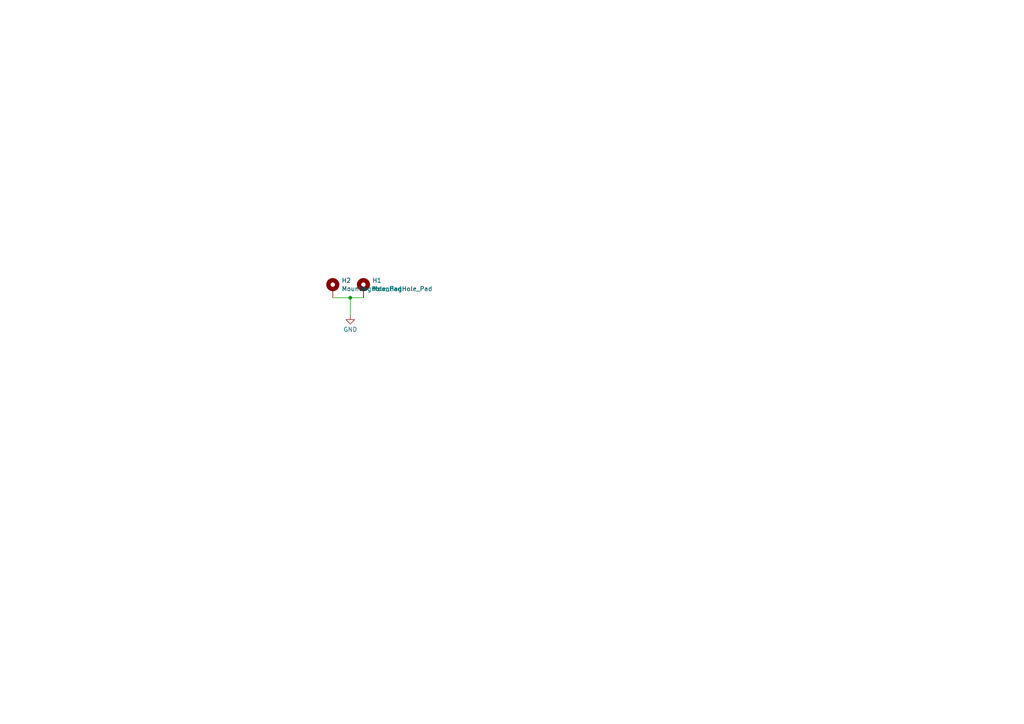
<source format=kicad_sch>
(kicad_sch
	(version 20231120)
	(generator "eeschema")
	(generator_version "8.0")
	(uuid "2a8d935a-315a-421f-a62b-248ab4ff1bc1")
	(paper "A4")
	(lib_symbols
		(symbol "Mechanical:MountingHole_Pad"
			(pin_numbers hide)
			(pin_names
				(offset 1.016) hide)
			(exclude_from_sim yes)
			(in_bom no)
			(on_board yes)
			(property "Reference" "H"
				(at 0 6.35 0)
				(effects
					(font
						(size 1.27 1.27)
					)
				)
			)
			(property "Value" "MountingHole_Pad"
				(at 0 4.445 0)
				(effects
					(font
						(size 1.27 1.27)
					)
				)
			)
			(property "Footprint" ""
				(at 0 0 0)
				(effects
					(font
						(size 1.27 1.27)
					)
					(hide yes)
				)
			)
			(property "Datasheet" "~"
				(at 0 0 0)
				(effects
					(font
						(size 1.27 1.27)
					)
					(hide yes)
				)
			)
			(property "Description" "Mounting Hole with connection"
				(at 0 0 0)
				(effects
					(font
						(size 1.27 1.27)
					)
					(hide yes)
				)
			)
			(property "ki_keywords" "mounting hole"
				(at 0 0 0)
				(effects
					(font
						(size 1.27 1.27)
					)
					(hide yes)
				)
			)
			(property "ki_fp_filters" "MountingHole*Pad*"
				(at 0 0 0)
				(effects
					(font
						(size 1.27 1.27)
					)
					(hide yes)
				)
			)
			(symbol "MountingHole_Pad_0_1"
				(circle
					(center 0 1.27)
					(radius 1.27)
					(stroke
						(width 1.27)
						(type default)
					)
					(fill
						(type none)
					)
				)
			)
			(symbol "MountingHole_Pad_1_1"
				(pin input line
					(at 0 -2.54 90)
					(length 2.54)
					(name "1"
						(effects
							(font
								(size 1.27 1.27)
							)
						)
					)
					(number "1"
						(effects
							(font
								(size 1.27 1.27)
							)
						)
					)
				)
			)
		)
		(symbol "power:GND"
			(power)
			(pin_numbers hide)
			(pin_names
				(offset 0) hide)
			(exclude_from_sim no)
			(in_bom yes)
			(on_board yes)
			(property "Reference" "#PWR"
				(at 0 -6.35 0)
				(effects
					(font
						(size 1.27 1.27)
					)
					(hide yes)
				)
			)
			(property "Value" "GND"
				(at 0 -3.81 0)
				(effects
					(font
						(size 1.27 1.27)
					)
				)
			)
			(property "Footprint" ""
				(at 0 0 0)
				(effects
					(font
						(size 1.27 1.27)
					)
					(hide yes)
				)
			)
			(property "Datasheet" ""
				(at 0 0 0)
				(effects
					(font
						(size 1.27 1.27)
					)
					(hide yes)
				)
			)
			(property "Description" "Power symbol creates a global label with name \"GND\" , ground"
				(at 0 0 0)
				(effects
					(font
						(size 1.27 1.27)
					)
					(hide yes)
				)
			)
			(property "ki_keywords" "global power"
				(at 0 0 0)
				(effects
					(font
						(size 1.27 1.27)
					)
					(hide yes)
				)
			)
			(symbol "GND_0_1"
				(polyline
					(pts
						(xy 0 0) (xy 0 -1.27) (xy 1.27 -1.27) (xy 0 -2.54) (xy -1.27 -1.27) (xy 0 -1.27)
					)
					(stroke
						(width 0)
						(type default)
					)
					(fill
						(type none)
					)
				)
			)
			(symbol "GND_1_1"
				(pin power_in line
					(at 0 0 270)
					(length 0)
					(name "~"
						(effects
							(font
								(size 1.27 1.27)
							)
						)
					)
					(number "1"
						(effects
							(font
								(size 1.27 1.27)
							)
						)
					)
				)
			)
		)
	)
	(junction
		(at 101.6 86.36)
		(diameter 0)
		(color 0 0 0 0)
		(uuid "e29e160d-0122-4cd1-a067-7582c21423da")
	)
	(wire
		(pts
			(xy 96.52 86.36) (xy 101.6 86.36)
		)
		(stroke
			(width 0)
			(type default)
		)
		(uuid "277e06d7-00af-4c0b-89db-b28c15c39785")
	)
	(wire
		(pts
			(xy 101.6 86.36) (xy 101.6 91.44)
		)
		(stroke
			(width 0)
			(type default)
		)
		(uuid "3af6e293-d4b1-4d09-a613-feea07c526ff")
	)
	(wire
		(pts
			(xy 101.6 86.36) (xy 105.41 86.36)
		)
		(stroke
			(width 0)
			(type default)
		)
		(uuid "8559b913-940c-4be8-a29c-4eefdea0fde3")
	)
	(symbol
		(lib_id "Mechanical:MountingHole_Pad")
		(at 105.41 83.82 0)
		(unit 1)
		(exclude_from_sim yes)
		(in_bom no)
		(on_board yes)
		(dnp no)
		(fields_autoplaced yes)
		(uuid "b99d9a48-5513-45bc-a3de-c42eadd805c3")
		(property "Reference" "H1"
			(at 107.95 81.3378 0)
			(effects
				(font
					(size 1.27 1.27)
				)
				(justify left)
			)
		)
		(property "Value" "MountingHole_Pad"
			(at 107.95 83.7621 0)
			(effects
				(font
					(size 1.27 1.27)
				)
				(justify left)
			)
		)
		(property "Footprint" "BYOM_General:plated_rack_hole"
			(at 105.41 83.82 0)
			(effects
				(font
					(size 1.27 1.27)
				)
				(hide yes)
			)
		)
		(property "Datasheet" "~"
			(at 105.41 83.82 0)
			(effects
				(font
					(size 1.27 1.27)
				)
				(hide yes)
			)
		)
		(property "Description" "Mounting Hole with connection"
			(at 105.41 83.82 0)
			(effects
				(font
					(size 1.27 1.27)
				)
				(hide yes)
			)
		)
		(pin "1"
			(uuid "52f5137c-e0e9-4631-884f-3a3430c67f4d")
		)
		(instances
			(project "EuroClack - VCA1 - panel"
				(path "/2a8d935a-315a-421f-a62b-248ab4ff1bc1"
					(reference "H1")
					(unit 1)
				)
			)
		)
	)
	(symbol
		(lib_id "Mechanical:MountingHole_Pad")
		(at 96.52 83.82 0)
		(unit 1)
		(exclude_from_sim yes)
		(in_bom no)
		(on_board yes)
		(dnp no)
		(fields_autoplaced yes)
		(uuid "d8c8f479-e3fb-4651-bf08-f9cd1ef4fdca")
		(property "Reference" "H2"
			(at 99.06 81.3378 0)
			(effects
				(font
					(size 1.27 1.27)
				)
				(justify left)
			)
		)
		(property "Value" "MountingHole_Pad"
			(at 99.06 83.7621 0)
			(effects
				(font
					(size 1.27 1.27)
				)
				(justify left)
			)
		)
		(property "Footprint" "BYOM_General:plated_rack_hole"
			(at 96.52 83.82 0)
			(effects
				(font
					(size 1.27 1.27)
				)
				(hide yes)
			)
		)
		(property "Datasheet" "~"
			(at 96.52 83.82 0)
			(effects
				(font
					(size 1.27 1.27)
				)
				(hide yes)
			)
		)
		(property "Description" "Mounting Hole with connection"
			(at 96.52 83.82 0)
			(effects
				(font
					(size 1.27 1.27)
				)
				(hide yes)
			)
		)
		(pin "1"
			(uuid "9d39a413-3ec2-4330-b42d-71919dd174b8")
		)
		(instances
			(project "EuroClack - VCA1 - panel"
				(path "/2a8d935a-315a-421f-a62b-248ab4ff1bc1"
					(reference "H2")
					(unit 1)
				)
			)
		)
	)
	(symbol
		(lib_id "power:GND")
		(at 101.6 91.44 0)
		(unit 1)
		(exclude_from_sim no)
		(in_bom yes)
		(on_board yes)
		(dnp no)
		(fields_autoplaced yes)
		(uuid "e4483306-1b18-48bd-b4f1-2a8046ad0019")
		(property "Reference" "#PWR01"
			(at 101.6 97.79 0)
			(effects
				(font
					(size 1.27 1.27)
				)
				(hide yes)
			)
		)
		(property "Value" "GND"
			(at 101.6 95.5731 0)
			(effects
				(font
					(size 1.27 1.27)
				)
			)
		)
		(property "Footprint" ""
			(at 101.6 91.44 0)
			(effects
				(font
					(size 1.27 1.27)
				)
				(hide yes)
			)
		)
		(property "Datasheet" ""
			(at 101.6 91.44 0)
			(effects
				(font
					(size 1.27 1.27)
				)
				(hide yes)
			)
		)
		(property "Description" "Power symbol creates a global label with name \"GND\" , ground"
			(at 101.6 91.44 0)
			(effects
				(font
					(size 1.27 1.27)
				)
				(hide yes)
			)
		)
		(pin "1"
			(uuid "bbb0ce79-4ee1-4a18-8bed-41ea308e5cfa")
		)
		(instances
			(project "EuroClack - VCA1 - panel"
				(path "/2a8d935a-315a-421f-a62b-248ab4ff1bc1"
					(reference "#PWR01")
					(unit 1)
				)
			)
		)
	)
	(sheet_instances
		(path "/"
			(page "1")
		)
	)
)

</source>
